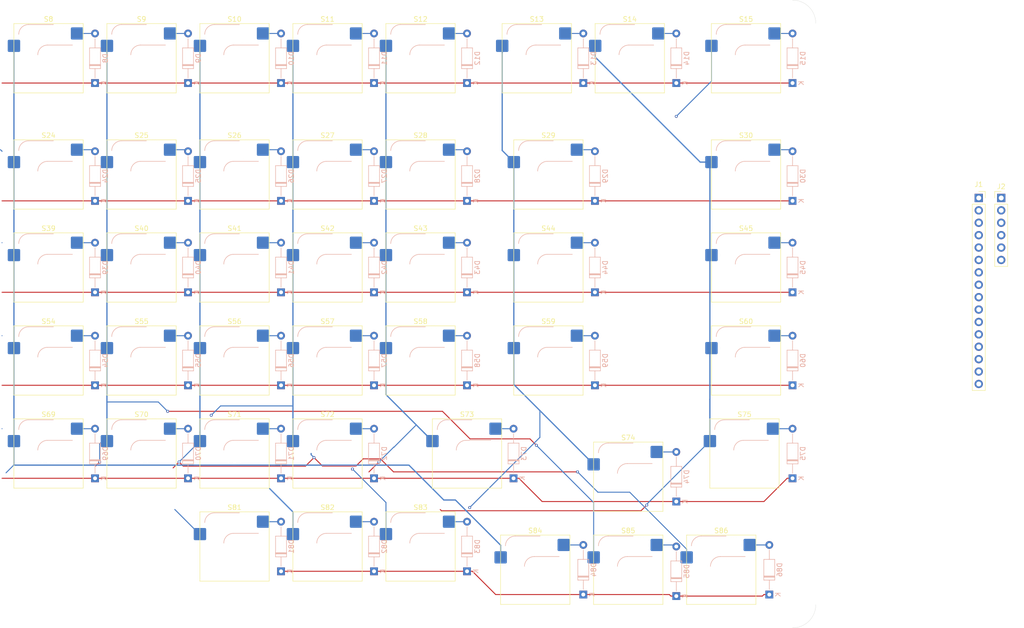
<source format=kicad_pcb>
(kicad_pcb (version 20240108) (generator "pcbnew") (generator_version "8.0")
  (title_block (title "Matrix Board 0") (date "2024-10-04") (rev "0") (company "Psycho Duck"))
  (layers (0 "F.Cu" signal) (31 "B.Cu" signal) (34 "B.Paste" user) (35 "F.Paste" user) (36 "B.SilkS" user "B.Silkscreen") (37 "F.SilkS" user "F.Silkscreen") (38 "B.Mask" user) (39 "F.Mask" user) (44 "Edge.Cuts" user))
  (net 0 "")
  (net 1 "/Row0")
  (net 2 "/Row1")
  (net 3 "/Row2")
  (net 4 "/Row3")
  (net 5 "/Row4")
  (net 6 "/Row5")
  (net 7 "Net-(D8-A)")
  (net 8 "Net-(D9-A)")
  (net 9 "Net-(D10-A)")
  (net 10 "Net-(D11-A)")
  (net 11 "Net-(D12-A)")
  (net 12 "Net-(D13-A)")
  (net 13 "Net-(D14-A)")
  (net 14 "Net-(D15-A)")
  (net 15 "/Col1")
  (net 16 "Net-(D24-A)")
  (net 17 "Net-(D25-A)")
  (net 18 "Net-(D26-A)")
  (net 19 "Net-(D27-A)")
  (net 20 "Net-(D28-A)")
  (net 21 "Net-(D29-A)")
  (net 22 "Net-(D30-A)")
  (net 23 "/Col4")
  (net 24 "Net-(D39-A)")
  (net 25 "Net-(D40-A)")
  (net 26 "Net-(D41-A)")
  (net 27 "Net-(D42-A)")
  (net 28 "Net-(D43-A)")
  (net 29 "Net-(D44-A)")
  (net 30 "Net-(D45-A)")
  (net 31 "/Col0")
  (net 32 "Net-(D54-A)")
  (net 33 "Net-(D55-A)")
  (net 34 "Net-(D56-A)")
  (net 35 "Net-(D57-A)")
  (net 36 "Net-(D58-A)")
  (net 37 "Net-(D59-A)")
  (net 38 "Net-(D60-A)")
  (net 39 "/Col2")
  (net 40 "Net-(D69-A)")
  (net 41 "Net-(D70-A)")
  (net 42 "Net-(D71-A)")
  (net 43 "Net-(D72-A)")
  (net 44 "Net-(D73-A)")
  (net 45 "Net-(D74-A)")
  (net 46 "Net-(D75-A)")
  (net 47 "Net-(D81-A)")
  (net 48 "Net-(D82-A)")
  (net 49 "Net-(D83-A)")
  (net 50 "Net-(D84-A)")
  (net 51 "Net-(D85-A)")
  (net 52 "Net-(D86-A)")
  (net 53 "/Col8")
  (net 54 "/Col14")
  (net 55 "/Col7")
  (net 56 "/Col9")
  (net 57 "/Col11")
  (net 58 "/Col6")
  (net 59 "/Col15")
  (net 60 "/Col13")
  (net 61 "/Col10")
  (net 62 "/Col5")
  (net 63 "/Col12")
  (net 64 "/Col3")
  (footprint "Connector_PinHeader_2.54mm:PinHeader_1x06_P2.54mm_Vertical" (layer "F.Cu") (at 225.40625 64.655)
    (property "Reference" "J2")
    (property "Value" "Conn_01x06")
  )
  (footprint "ScottoKeebs_Hotswap:Hotswap_MX_1.00u" (layer "F.Cu") (at 129.9575 140.81125)
    (property "Reference" "S84")
    (property "Value" "Keyswitch")
  )
  (footprint "ScottoKeebs_Hotswap:Hotswap_MX_1.00u" (layer "F.Cu") (at 173.1375 36.03625)
    (property "Reference" "S15")
    (property "Value" "Keyswitch")
  )
  (footprint "ScottoKeebs_Hotswap:Hotswap_MX_1.00u" (layer "F.Cu") (at 149.0075 140.81125)
    (property "Reference" "S85")
    (property "Value" "Keyswitch")
  )
  (footprint "ScottoKeebs_Hotswap:Hotswap_MX_1.00u" (layer "F.Cu") (at 87.4125 136.04875)
    (property "Reference" "S82")
    (property "Value" "Keyswitch")
  )
  (footprint "ScottoKeebs_Hotswap:Hotswap_MX_1.00u" (layer "F.Cu") (at 130.275 36.03625)
    (property "Reference" "S13")
    (property "Value" "Keyswitch")
  )
  (footprint "ScottoKeebs_Hotswap:Hotswap_MX_1.00u" (layer "F.Cu") (at 49.3125 116.99875)
    (property "Reference" "S70")
    (property "Value" "Keyswitch")
  )
  (footprint "ScottoKeebs_Hotswap:Hotswap_MX_1.00u" (layer "F.Cu") (at 68.3625 136.04875)
    (property "Reference" "S81")
    (property "Value" "Keyswitch")
  )
  (footprint "ScottoKeebs_Hotswap:Hotswap_MX_1.00u" (layer "F.Cu") (at 132.6562 78.89875)
    (property "Reference" "S44")
    (property "Value" "Keyswitch")
  )
  (footprint "ScottoKeebs_Hotswap:Hotswap_MX_1.00u" (layer "F.Cu") (at 68.3625 59.84875)
    (property "Reference" "S26")
    (property "Value" "Keyswitch")
  )
  (footprint "ScottoKeebs_Hotswap:Hotswap_MX_1.00u" (layer "F.Cu") (at 132.6562 59.84875)
    (property "Reference" "S29")
    (property "Value" "Keyswitch")
  )
  (footprint "ScottoKeebs_Hotswap:Hotswap_MX_1.00u" (layer "F.Cu") (at 149.325 36.03625)
    (property "Reference" "S14")
    (property "Value" "Keyswitch")
  )
  (footprint "ScottoKeebs_Hotswap:Hotswap_MX_1.00u" (layer "F.Cu") (at 49.3125 36.03625)
    (property "Reference" "S9")
    (property "Value" "Keyswitch")
  )
  (footprint "ScottoKeebs_Hotswap:Hotswap_MX_1.00u" (layer "F.Cu") (at 87.4125 116.99875)
    (property "Reference" "S72")
    (property "Value" "Keyswitch")
  )
  (footprint "ScottoKeebs_Hotswap:Hotswap_MX_1.00u" (layer "F.Cu") (at 115.9875 116.99875)
    (property "Reference" "S73")
    (property "Value" "Keyswitch")
  )
  (footprint "ScottoKeebs_Hotswap:Hotswap_MX_1.00u" (layer "F.Cu") (at 132.6562 97.94875)
    (property "Reference" "S59")
    (property "Value" "Keyswitch")
  )
  (footprint "ScottoKeebs_Hotswap:Hotswap_MX_1.00u" (layer "F.Cu") (at 49.3125 59.84875)
    (property "Reference" "S25")
    (property "Value" "Keyswitch")
  )
  (footprint "ScottoKeebs_Hotswap:Hotswap_MX_1.00u" (layer "F.Cu") (at 87.4125 59.84875)
    (property "Reference" "S27")
    (property "Value" "Keyswitch")
  )
  (footprint "ScottoKeebs_Hotswap:Hotswap_MX_1.00u" (layer "F.Cu") (at 106.4625 59.84875)
    (property "Reference" "S28")
    (property "Value" "Keyswitch")
  )
  (footprint "ScottoKeebs_Hotswap:Hotswap_MX_1.00u" (layer "F.Cu") (at 49.3125 78.89875)
    (property "Reference" "S40")
    (property "Value" "Keyswitch")
  )
  (footprint "ScottoKeebs_Hotswap:Hotswap_MX_1.00u" (layer "F.Cu") (at 87.4125 97.94875)
    (property "Reference" "S57")
    (property "Value" "Keyswitch")
  )
  (footprint "ScottoKeebs_Hotswap:Hotswap_MX_1.00u" (layer "F.Cu") (at 168.0575 140.81125)
    (property "Reference" "S86")
    (property "Value" "Keyswitch")
  )
  (footprint "ScottoKeebs_Hotswap:Hotswap_MX_1.00u" (layer "F.Cu") (at 173.1375 59.84875)
    (property "Reference" "S30")
    (property "Value" "Keyswitch")
  )
  (footprint "ScottoKeebs_Hotswap:Hotswap_MX_1.00u" (layer "F.Cu") (at 30.2625 116.99875)
    (property "Reference" "S69")
    (property "Value" "Keyswitch")
  )
  (footprint "ScottoKeebs_Hotswap:Hotswap_MX_1.00u" (layer "F.Cu") (at 30.2625 59.84875)
    (property "Reference" "S24")
    (property "Value" "Keyswitch")
  )
  (footprint "ScottoKeebs_Hotswap:Hotswap_MX_1.00u" (layer "F.Cu") (at 106.4625 97.94875)
    (property "Reference" "S58")
    (property "Value" "Keyswitch")
  )
  (footprint "ScottoKeebs_Hotswap:Hotswap_MX_1.00u" (layer "F.Cu") (at 87.4125 78.89875)
    (property "Reference" "S42")
    (property "Value" "Keyswitch")
  )
  (footprint "ScottoKeebs_Hotswap:Hotswap_MX_1.00u" (layer "F.Cu") (at 30.2625 97.94875)
    (property "Reference" "S54")
    (property "Value" "Keyswitch")
  )
  (footprint "ScottoKeebs_Hotswap:Hotswap_MX_1.00u" (layer "F.Cu") (at 173.1375 97.94875)
    (property "Reference" "S60")
    (property "Value" "Keyswitch")
  )
  (footprint "ScottoKeebs_Hotswap:Hotswap_MX_1.00u" (layer "F.Cu") (at 68.3625 97.94875)
    (property "Reference" "S56")
    (property "Value" "Keyswitch")
  )
  (footprint "ScottoKeebs_Hotswap:Hotswap_MX_1.00u" (layer "F.Cu") (at 68.3625 36.03625)
    (property "Reference" "S10")
    (property "Value" "Keyswitch")
  )
  (footprint "ScottoKeebs_Hotswap:Hotswap_MX_1.00u" (layer "F.Cu") (at 87.4125 36.03625)
    (property "Reference" "S11")
    (property "Value" "Keyswitch")
  )
  (footprint "ScottoKeebs_Hotswap:Hotswap_MX_1.00u" (layer "F.Cu") (at 30.2625 36.03625)
    (property "Reference" "S8")
    (property "Value" "Keyswitch")
  )
  (footprint "ScottoKeebs_Hotswap:Hotswap_MX_1.00u" (layer "F.Cu") (at 49.3125 97.94875)
    (property "Reference" "S55")
    (property "Value" "Keyswitch")
  )
  (footprint "ScottoKeebs_Hotswap:Hotswap_MX_1.00u" (layer "F.Cu") (at 106.4625 78.89875)
    (property "Reference" "S43")
    (property "Value" "Keyswitch")
  )
  (footprint "ScottoKeebs_Hotswap:Hotswap_MX_1.00u" (layer "F.Cu") (at 68.3625 116.99875)
    (property "Reference" "S71")
    (property "Value" "Keyswitch")
  )
  (footprint "ScottoKeebs_Hotswap:Hotswap_MX_1.00u" (layer "F.Cu") (at 106.4625 36.03625)
    (property "Reference" "S12")
    (property "Value" "Keyswitch")
  )
  (footprint "ScottoKeebs_Hotswap:Hotswap_MX_1.00u" (layer "F.Cu") (at 30.2625 78.89875)
    (property "Reference" "S39")
    (property "Value" "Keyswitch")
  )
  (footprint "ScottoKeebs_Hotswap:Hotswap_MX_1.00u" (layer "F.Cu") (at 68.3625 78.89875)
    (property "Reference" "S41")
    (property "Value" "Keyswitch")
  )
  (footprint "ScottoKeebs_Hotswap:Hotswap_MX_1.00u" (layer "F.Cu") (at 149.0075 121.76125)
    (property "Reference" "S74")
    (property "Value" "Keyswitch")
  )
  (footprint "ScottoKeebs_Hotswap:Hotswap_MX_1.00u" (layer "F.Cu") (at 173.1375 78.89875)
    (property "Reference" "S45")
    (property "Value" "Keyswitch")
  )
  (footprint "ScottoKeebs_Hotswap:Hotswap_MX_1.00u" (layer "F.Cu") (at 106.4625 136.04875)
    (property "Reference" "S83")
    (property "Value" "Keyswitch")
  )
  (footprint "ScottoKeebs_Hotswap:Hotswap_MX_1.00u" (layer "F.Cu") (at 172.82 116.99875)
    (property "Reference" "S75")
    (property "Value" "Keyswitch")
  )
  (footprint "Connector_PinSocket_2.54mm:PinSocket_1x16_P2.54mm_Vertical" (layer "F.Cu") (at 220.80625 64.655)
    (property "Reference" "J1")
    (property "Value" "Conn_01x16")
  )
  (footprint "Diode_THT:D_DO-35_SOD27_P10.16mm_Horizontal" (layer "B.Cu") (at 115.9875 141.12875 90)
    (property "Reference" "D83")
    (property "Value" "Diode")
  )
  (footprint "Diode_THT:D_DO-35_SOD27_P10.16mm_Horizontal" (layer "B.Cu") (at 115.9875 41.11625 90)
    (property "Reference" "D12")
    (property "Value" "Diode")
  )
  (footprint "Diode_THT:D_DO-35_SOD27_P10.16mm_Horizontal" (layer "B.Cu") (at 96.9375 41.11625 90)
    (property "Reference" "D11")
    (property "Value" "Diode")
  )
  (footprint "Diode_THT:D_DO-35_SOD27_P10.16mm_Horizontal" (layer "B.Cu") (at 96.9375 122.07875 90)
    (property "Reference" "D72")
    (property "Value" "Diode")
  )
  (footprint "Diode_THT:D_DO-35_SOD27_P10.16mm_Horizontal" (layer "B.Cu") (at 96.9375 65.24625 90)
    (property "Reference" "D27")
    (property "Value" "Diode")
  )
  (footprint "Diode_THT:D_DO-35_SOD27_P10.16mm_Horizontal" (layer "B.Cu") (at 58.8375 41.11625 90)
    (property "Reference" "D9")
    (property "Value" "Diode")
  )
  (footprint "Diode_THT:D_DO-35_SOD27_P10.16mm_Horizontal" (layer "B.Cu") (at 139.8 41.11625 90)
    (property "Reference" "D13")
    (property "Value" "Diode")
  )
  (footprint "Diode_THT:D_DO-35_SOD27_P10.16mm_Horizontal" (layer "B.Cu") (at 158.85 126.84125 90)
    (property "Reference" "D74")
    (property "Value" "Diode")
  )
  (footprint "Diode_THT:D_DO-35_SOD27_P10.16mm_Horizontal" (layer "B.Cu") (at 115.9875 83.97875 90)
    (property "Reference" "D43")
    (property "Value" "Diode")
  )
  (footprint "Diode_THT:D_DO-35_SOD27_P10.16mm_Horizontal" (layer "B.Cu") (at 142.1812 83.97875 90)
    (property "Reference" "D44")
    (property "Value" "Diode")
  )
  (footprint "Diode_THT:D_DO-35_SOD27_P10.16mm_Horizontal" (layer "B.Cu") (at 142.1812 103.02875 90)
    (property "Reference" "D59")
    (property "Value" "Diode")
  )
  (footprint "Diode_THT:D_DO-35_SOD27_P10.16mm_Horizontal" (layer "B.Cu") (at 77.8875 141.12875 90)
    (property "Reference" "D81")
    (property "Value" "Diode")
  )
  (footprint "Diode_THT:D_DO-35_SOD27_P10.16mm_Horizontal" (layer "B.Cu") (at 182.6625 103.02875 90)
    (property "Reference" "D60")
    (property "Value" "Diode")
  )
  (footprint "Diode_THT:D_DO-35_SOD27_P10.16mm_Horizontal" (layer "B.Cu") (at 125.5125 122.07875 90)
    (property "Reference" "D73")
    (property "Value" "Diode")
  )
  (footprint "Diode_THT:D_DO-35_SOD27_P10.16mm_Horizontal" (layer "B.Cu") (at 177.9 145.89125 90)
    (property "Reference" "D86")
    (property "Value" "Diode")
  )
  (footprint "Diode_THT:D_DO-35_SOD27_P10.16mm_Horizontal" (layer "B.Cu") (at 39.7875 41.11625 90)
    (property "Reference" "D8")
    (property "Value" "Diode")
  )
  (footprint "Diode_THT:D_DO-35_SOD27_P10.16mm_Horizontal" (layer "B.Cu") (at 182.6625 122.07875 90)
    (property "Reference" "D75")
    (property "Value" "Diode")
  )
  (footprint "Diode_THT:D_DO-35_SOD27_P10.16mm_Horizontal" (layer "B.Cu") (at 39.7875 103.02875 90)
    (property "Reference" "D54")
    (property "Value" "Diode")
  )
  (footprint "Diode_THT:D_DO-35_SOD27_P10.16mm_Horizontal" (layer "B.Cu") (at 115.9875 103.02875 90)
    (property "Reference" "D58")
    (property "Value" "Diode")
  )
  (footprint "Diode_THT:D_DO-35_SOD27_P10.16mm_Horizontal" (layer "B.Cu") (at 77.8875 122.07875 90)
    (property "Reference" "D71")
    (property "Value" "Diode")
  )
  (footprint "Diode_THT:D_DO-35_SOD27_P10.16mm_Horizontal" (layer "B.Cu") (at 58.8375 103.02875 90)
    (property "Reference" "D55")
    (property "Value" "Diode")
  )
  (footprint "Diode_THT:D_DO-35_SOD27_P10.16mm_Horizontal" (layer "B.Cu") (at 58.8375 65.24625 90)
    (property "Reference" "D25")
    (property "Value" "Diode")
  )
  (footprint "Diode_THT:D_DO-35_SOD27_P10.16mm_Horizontal" (layer "B.Cu") (at 182.6625 41.11625 90)
    (property "Reference" "D15")
    (property "Value" "Diode")
  )
  (footprint "Diode_THT:D_DO-35_SOD27_P10.16mm_Horizontal" (layer "B.Cu") (at 58.8375 83.97875 90)
    (property "Reference" "D40")
    (property "Value" "Diode")
  )
  (footprint "Diode_THT:D_DO-35_SOD27_P10.16mm_Horizontal" (layer "B.Cu") (at 77.8875 83.97875 90)
    (property "Reference" "D41")
    (property "Value" "Diode")
  )
  (footprint "Diode_THT:D_DO-35_SOD27_P10.16mm_Horizontal" (layer "B.Cu") (at 96.9375 103.02875 90)
    (property "Reference" "D57")
    (property "Value" "Diode")
  )
  (footprint "Diode_THT:D_DO-35_SOD27_P10.16mm_Horizontal" (layer "B.Cu") (at 182.6625 83.97875 90)
    (property "Reference" "D45")
    (property "Value" "Diode")
  )
  (footprint "Diode_THT:D_DO-35_SOD27_P10.16mm_Horizontal" (layer "B.Cu") (at 77.8875 65.24625 90)
    (property "Reference" "D26")
    (property "Value" "Diode")
  )
  (footprint "Diode_THT:D_DO-35_SOD27_P10.16mm_Horizontal" (layer "B.Cu") (at 39.7875 65.24625 90)
    (property "Reference" "D24")
    (property "Value" "Diode")
  )
  (footprint "Diode_THT:D_DO-35_SOD27_P10.16mm_Horizontal" (layer "B.Cu") (at 158.85 146.20875 90)
    (property "Reference" "D85")
    (property "Value" "Diode")
  )
  (footprint "Diode_THT:D_DO-35_SOD27_P10.16mm_Horizontal" (layer "B.Cu") (at 96.9375 83.97875 90)
    (property "Reference" "D42")
    (property "Value" "Diode")
  )
  (footprint "Diode_THT:D_DO-35_SOD27_P10.16mm_Horizontal" (layer "B.Cu") (at 139.8 145.89125 90)
    (property "Reference" "D84")
    (property "Value" "Diode")
  )
  (footprint "Diode_THT:D_DO-35_SOD27_P10.16mm_Horizontal" (layer "B.Cu") (at 142.1812 65.24625 90)
    (property "Reference" "D29")
    (property "Value" "Diode")
  )
  (footprint "Diode_THT:D_DO-35_SOD27_P10.16mm_Horizontal" (layer "B.Cu") (at 39.7875 83.97875 90)
    (property "Reference" "D39")
    (property "Value" "Diode")
  )
  (footprint "Diode_THT:D_DO-35_SOD27_P10.16mm_Horizontal" (layer "B.Cu") (at 158.85 41.11625 90)
    (property "Reference" "D14")
    (property "Value" "Diode")
  )
  (footprint "Diode_THT:D_DO-35_SOD27_P10.16mm_Horizontal" (layer "B.Cu") (at 58.8375 122.07875 90)
    (property "Reference" "D70")
    (property "Value" "Diode")
  )
  (footprint "Diode_THT:D_DO-35_SOD27_P10.16mm_Horizontal" (layer "B.Cu") (at 115.9875 65.24625 90)
    (property "Reference" "D28")
    (property "Value" "Diode")
  )
  (footprint "Diode_THT:D_DO-35_SOD27_P10.16mm_Horizontal" (layer "B.Cu") (at 96.9375 141.12875 90)
    (property "Reference" "D82")
    (property "Value" "Diode")
  )
  (footprint "Diode_THT:D_DO-35_SOD27_P10.16mm_Horizontal" (layer "B.Cu") (at 77.8875 103.02875 90)
    (property "Reference" "D56")
    (property "Value" "Diode")
  )
  (footprint "Diode_THT:D_DO-35_SOD27_P10.16mm_Horizontal" (layer "B.Cu") (at 39.7875 122.07875 90)
    (property "Reference" "D69")
    (property "Value" "Diode")
  )
  (footprint "Diode_THT:D_DO-35_SOD27_P10.16mm_Horizontal" (layer "B.Cu") (at 182.6625 65.24625 90)
    (property "Reference" "D30")
    (property "Value" "Diode")
  )
  (footprint "Diode_THT:D_DO-35_SOD27_P10.16mm_Horizontal" (layer "B.Cu") (at 77.8875 41.11625 90)
    (property "Reference" "D10")
    (property "Value" "Diode")
  )
  (gr_arc (start 182.6625 24.13) (mid 186.030067 25.524933) (end 187.425 28.8925) (stroke (width 0.05)) (layer "Edge.Cuts"))
  (gr_arc (start 187.425 147.955) (mid 186.030096 151.322596) (end 182.6625 152.7175) (stroke (width 0.05)) (layer "Edge.Cuts"))
  (segment (start 20.7372 111.91875) (end 20.7375 111.91875) (width 0.2) (layer "B.Cu") (net 0))
  (segment (start 20.7372 73.81875) (end 20.7375 73.81875) (width 0.2) (layer "B.Cu") (net 0))
  (segment (start 20.7372 92.86875) (end 20.7375 92.86875) (width 0.2) (layer "B.Cu") (net 0))
  (segment (start 20.4202 54.76875) (end 20.7372 55.08625) (width 0.2) (layer "B.Cu") (net 0))
  (segment (start 20.7375 55.08625) (end 20.7372 55.08625) (width 0.2) (layer "B.Cu") (net 0))
  (segment (start 77.8875 41.11625) (end 96.9375 41.11625) (width 0.2) (layer "F.Cu") (net 1))
  (segment (start 158.85 41.11625) (end 139.8 41.11625) (width 0.2) (layer "F.Cu") (net 1))
  (segment (start 58.8375 41.11625) (end 39.7875 41.11625) (width 0.2) (layer "F.Cu") (net 1))
  (segment (start 96.9375 41.11625) (end 115.9875 41.11625) (width 0.2) (layer "F.Cu") (net 1))
  (segment (start 182.6625 41.11625) (end 158.85 41.11625) (width 0.2) (layer "F.Cu") (net 1))
  (segment (start 58.8375 41.11625) (end 77.8875 41.11625) (width 0.2) (layer "F.Cu") (net 1))
  (segment (start 39.7875 41.11625) (end 20.7375 41.11625) (width 0.2) (layer "F.Cu") (net 1))
  (segment (start 139.8 41.11625) (end 115.9875 41.11625) (width 0.2) (layer "F.Cu") (net 1))
  (segment (start 115.9875 65.24625) (end 96.9375 65.24625) (width 0.2) (layer "F.Cu") (net 2))
  (segment (start 182.6625 65.24625) (end 142.1812 65.24625) (width 0.2) (layer "F.Cu") (net 2))
  (segment (start 58.8375 65.24625) (end 77.8875 65.24625) (width 0.2) (layer "F.Cu") (net 2))
  (segment (start 58.8375 65.24625) (end 39.7875 65.24625) (width 0.2) (layer "F.Cu") (net 2))
  (segment (start 77.8875 65.24625) (end 96.9375 65.24625) (width 0.2) (layer "F.Cu") (net 2))
  (segment (start 39.7875 65.24625) (end 20.7375 65.24625) (width 0.2) (layer "F.Cu") (net 2))
  (segment (start 142.1812 65.24625) (end 115.9875 65.24625) (width 0.2) (layer "F.Cu") (net 2))
  (segment (start 77.8875 83.97875) (end 96.9375 83.97875) (width 0.2) (layer "F.Cu") (net 3))
  (segment (start 182.6625 83.97875) (end 142.1812 83.97875) (width 0.2) (layer "F.Cu") (net 3))
  (segment (start 96.9375 83.97875) (end 115.9875 83.97875) (width 0.2) (layer "F.Cu") (net 3))
  (segment (start 58.8375 83.97875) (end 39.7875 83.97875) (width 0.2) (layer "F.Cu") (net 3))
  (segment (start 142.1812 83.97875) (end 115.9875 83.97875) (width 0.2) (layer "F.Cu") (net 3))
  (segment (start 39.7875 83.97875) (end 20.7375 83.97875) (width 0.2) (layer "F.Cu") (net 3))
  (segment (start 77.8875 83.97875) (end 58.8375 83.97875) (width 0.2) (layer "F.Cu") (net 3))
  (segment (start 77.8875 103.02875) (end 96.9375 103.02875) (width 0.2) (layer "F.Cu") (net 4))
  (segment (start 39.7875 103.02875) (end 20.7375 103.02875) (width 0.2) (layer "F.Cu") (net 4))
  (segment (start 77.8875 103.02875) (end 58.8375 103.02875) (width 0.2) (layer "F.Cu") (net 4))
  (segment (start 58.8375 103.02875) (end 39.7875 103.02875) (width 0.2) (layer "F.Cu") (net 4))
  (segment (start 96.9375 103.02875) (end 115.9875 103.02875) (width 0.2) (layer "F.Cu") (net 4))
  (segment (start 182.6625 103.02875) (end 142.1812 103.02875) (width 0.2) (layer "F.Cu") (net 4))
  (segment (start 142.1812 103.02875) (end 115.9875 103.02875) (width 0.2) (layer "F.Cu") (net 4))
  (segment (start 125.5125 122.07875) (end 126.6142 122.07875) (width 0.2) (layer "F.Cu") (net 5))
  (segment (start 182.6625 122.07875) (end 181.5608 122.07875) (width 0.2) (layer "F.Cu") (net 5))
  (segment (start 39.7875 122.07875) (end 20.7375 122.07875) (width 0.2) (layer "F.Cu") (net 5))
  (segment (start 125.5125 122.07875) (end 96.9375 122.07875) (width 0.2) (layer "F.Cu") (net 5))
  (segment (start 158.85 126.84125) (end 131.3767 126.84125) (width 0.2) (layer "F.Cu") (net 5))
  (segment (start 181.5608 122.07875) (end 176.7983 126.84125) (width 0.2) (layer "F.Cu") (net 5))
  (segment (start 176.7983 126.84125) (end 158.85 126.84125) (width 0.2) (layer "F.Cu") (net 5))
  (segment (start 131.3767 126.84125) (end 126.6142 122.07875) (width 0.2) (layer "F.Cu") (net 5))
  (segment (start 58.8375 122.07875) (end 39.7875 122.07875) (width 0.2) (layer "F.Cu") (net 5))
  (segment (start 58.8375 122.07875) (end 77.8875 122.07875) (width 0.2) (layer "F.Cu") (net 5))
  (segment (start 77.8875 122.07875) (end 96.9375 122.07875) (width 0.2) (layer "F.Cu") (net 5))
  (segment (start 158.2992 146.20875) (end 158.85 146.20875) (width 0.2) (layer "F.Cu") (net 6))
  (segment (start 115.9875 141.12875) (end 117.0892 141.12875) (width 0.2) (layer "F.Cu") (net 6))
  (segment (start 139.8 145.89125) (end 157.4308 145.89125) (width 0.2) (layer "F.Cu") (net 6))
  (segment (start 177.9 145.89125) (end 176.7983 145.89125) (width 0.2) (layer "F.Cu") (net 6))
  (segment (start 158.2992 146.20875) (end 157.7483 146.20875) (width 0.2) (layer "F.Cu") (net 6))
  (segment (start 176.4808 146.20875) (end 176.7983 145.89125) (width 0.2) (layer "F.Cu") (net 6))
  (segment (start 139.8 145.89125) (end 121.8517 145.89125) (width 0.2) (layer "F.Cu") (net 6))
  (segment (start 96.9375 141.12875) (end 115.9875 141.12875) (width 0.2) (layer "F.Cu") (net 6))
  (segment (start 121.8517 145.89125) (end 117.0892 141.12875) (width 0.2) (layer "F.Cu") (net 6))
  (segment (start 158.85 146.20875) (end 176.4808 146.20875) (width 0.2) (layer "F.Cu") (net 6))
  (segment (start 157.4308 145.89125) (end 157.7483 146.20875) (width 0.2) (layer "F.Cu") (net 6))
  (segment (start 77.8875 141.12875) (end 96.9375 141.12875) (width 0.2) (layer "F.Cu") (net 6))
  (segment (start 36.1042 30.95625) (end 36.1045 30.95625) (width 0.2) (layer "B.Cu") (net 7))
  (segment (start 39.7872 30.95625) (end 39.7875 30.95625) (width 0.2) (layer "B.Cu") (net 7))
  (segment (start 36.1045 30.95625) (end 39.7872 30.95625) (width 0.2) (layer "B.Cu") (net 7))
  (segment (start 55.1542 30.95625) (end 55.1545 30.95625) (width 0.2) (layer "B.Cu") (net 8))
  (segment (start 58.8372 30.95625) (end 58.8375 30.95625) (width 0.2) (layer "B.Cu") (net 8))
  (segment (start 55.1545 30.95625) (end 58.8372 30.95625) (width 0.2) (layer "B.Cu") (net 8))
  (segment (start 74.2042 30.95625) (end 74.2045 30.95625) (width 0.2) (layer "B.Cu") (net 9))
  (segment (start 74.2045 30.95625) (end 77.8872 30.95625) (width 0.2) (layer "B.Cu") (net 9))
  (segment (start 77.8872 30.95625) (end 77.8875 30.95625) (width 0.2) (layer "B.Cu") (net 9))
  (segment (start 93.2545 30.95625) (end 96.9372 30.95625) (width 0.2) (layer "B.Cu") (net 10))
  (segment (start 93.2542 30.95625) (end 93.2545 30.95625) (width 0.2) (layer "B.Cu") (net 10))
  (segment (start 96.9372 30.95625) (end 96.9375 30.95625) (width 0.2) (layer "B.Cu") (net 10))
  (segment (start 112.3042 30.95625) (end 112.3045 30.95625) (width 0.2) (layer "B.Cu") (net 11))
  (segment (start 115.9872 30.95625) (end 115.9875 30.95625) (width 0.2) (layer "B.Cu") (net 11))
  (segment (start 112.3045 30.95625) (end 115.9872 30.95625) (width 0.2) (layer "B.Cu") (net 11))
  (segment (start 136.1172 30.95625) (end 136.117 30.95625) (width 0.2) (layer "B.Cu") (net 12))
  (segment (start 139.8 30.95625) (end 139.8002 30.95625) (width 0.2) (layer "B.Cu") (net 12))
  (segment (start 136.1172 30.95625) (end 139.8 30.95625) (width 0.2) (layer "B.Cu") (net 12))
  (segment (start 155.1672 30.95625) (end 158.85 30.95625) (width 0.2) (layer "B.Cu") (net 13))
  (segment (start 158.85 30.95625) (end 158.8502 30.95625) (width 0.2) (layer "B.Cu") (net 13))
  (segment (start 155.1672 30.95625) (end 155.167 30.95625) (width 0.2) (layer "B.Cu") (net 13))
  (segment (start 178.9792 30.95625) (end 178.9795 30.95625) (width 0.2) (layer "B.Cu") (net 14))
  (segment (start 182.6622 30.95625) (end 182.6625 30.95625) (width 0.2) (layer "B.Cu") (net 14))
  (segment (start 178.9795 30.95625) (end 182.6622 30.95625) (width 0.2) (layer "B.Cu") (net 14))
  (segment (start 36.1045 54.76875) (end 39.4702 54.76875) (width 0.2) (layer "B.Cu") (net 16))
  (segment (start 39.7875 55.08625) (end 39.7872 55.08625) (width 0.2) (layer "B.Cu") (net 16))
  (segment (start 36.1042 54.76875) (end 36.1045 54.76875) (width 0.2) (layer "B.Cu") (net 16))
  (segment (start 39.4702 54.76875) (end 39.7872 55.08625) (width 0.2) (layer "B.Cu") (net 16))
  (segment (start 58.5202 54.76875) (end 58.8372 55.08625) (width 0.2) (layer "B.Cu") (net 17))
  (segment (start 58.8375 55.08625) (end 58.8372 55.08625) (width 0.2) (layer "B.Cu") (net 17))
  (segment (start 55.1545 54.76875) (end 58.5202 54.76875) (width 0.2) (layer "B.Cu") (net 17))
  (segment (start 55.1542 54.76875) (end 55.1545 54.76875) (width 0.2) (layer "B.Cu") (net 17))
  (segment (start 77.5702 54.76875) (end 77.8872 55.08625) (width 0.2) (layer "B.Cu") (net 18))
  (segment (start 77.8875 55.08625) (end 77.8872 55.08625) (width 0.2) (layer "B.Cu") (net 18))
  (segment (start 74.2045 54.76875) (end 77.5702 54.76875) (width 0.2) (layer "B.Cu") (net 18))
  (segment (start 74.2042 54.76875) (end 74.2045 54.76875) (width 0.2) (layer "B.Cu") (net 18))
  (segment (start 93.2542 54.76875) (end 93.2545 54.76875) (width 0.2) (layer "B.Cu") (net 19))
  (segment (start 96.6202 54.76875) (end 96.9372 55.08625) (width 0.2) (layer "B.Cu") (net 19))
  (segment (start 96.9375 55.08625) (end 96.9372 55.08625) (width 0.2) (layer "B.Cu") (net 19))
  (segment (start 93.2545 54.76875) (end 96.6202 54.76875) (width 0.2) (layer "B.Cu") (net 19))
  (segment (start 115.6702 54.76875) (end 115.9872 55.08625) (width 0.2) (layer "B.Cu") (net 20))
  (segment (start 112.3042 54.76875) (end 112.3045 54.76875) (width 0.2) (layer "B.Cu") (net 20))
  (segment (start 115.9875 55.08625) (end 115.9872 55.08625) (width 0.2) (layer "B.Cu") (net 20))
  (segment (start 112.3045 54.76875) (end 115.6702 54.76875) (width 0.2) (layer "B.Cu") (net 20))
  (segment (start 138.4982 54.76875) (end 141.8632 54.76875) (width 0.2) (layer "B.Cu") (net 21))
  (segment (start 141.8632 54.76875) (end 142.1812 55.08625) (width 0.2) (layer "B.Cu") (net 21))
  (segment (start 182.6625 55.08625) (end 182.6622 55.08625) (width 0.2) (layer "B.Cu") (net 22))
  (segment (start 178.9792 54.76875) (end 178.9795 54.76875) (width 0.2) (layer "B.Cu") (net 22))
  (segment (start 178.9795 54.76875) (end 182.3452 54.76875) (width 0.2) (layer "B.Cu") (net 22))
  (segment (start 182.3452 54.76875) (end 182.6622 55.08625) (width 0.2) (layer "B.Cu") (net 22))
  (segment (start 39.7872 73.81875) (end 39.7875 73.81875) (width 0.2) (layer "B.Cu") (net 24))
  (segment (start 36.1042 73.81875) (end 36.1045 73.81875) (width 0.2) (layer "B.Cu") (net 24))
  (segment (start 36.1045 73.81875) (end 39.7872 73.81875) (width 0.2) (layer "B.Cu") (net 24))
  (segment (start 58.8372 73.81875) (end 58.8375 73.81875) (width 0.2) (layer "B.Cu") (net 25))
  (segment (start 55.1545 73.81875) (end 58.8372 73.81875) (width 0.2) (layer "B.Cu") (net 25))
  (segment (start 55.1542 73.81875) (end 55.1545 73.81875) (width 0.2) (layer "B.Cu") (net 25))
  (segment (start 74.2042 73.81875) (end 74.2045 73.81875) (width 0.2) (layer "B.Cu") (net 26))
  (segment (start 74.2045 73.81875) (end 77.8872 73.81875) (width 0.2) (layer "B.Cu") (net 26))
  (segment (start 77.8872 73.81875) (end 77.8875 73.81875) (width 0.2) (layer "B.Cu") (net 26))
  (segment (start 93.2542 73.81875) (end 93.2545 73.81875) (width 0.2) (layer "B.Cu") (net 27))
  (segment (start 93.2545 73.81875) (end 96.9372 73.81875) (width 0.2) (layer "B.Cu") (net 27))
  (segment (start 96.9372 73.81875) (end 96.9375 73.81875) (width 0.2) (layer "B.Cu") (net 27))
  (segment (start 115.9872 73.81875) (end 115.9875 73.81875) (width 0.2) (layer "B.Cu") (net 28))
  (segment (start 112.3042 73.81875) (end 112.3045 73.81875) (width 0.2) (layer "B.Cu") (net 28))
  (segment (start 112.3045 73.81875) (end 115.9872 73.81875) (width 0.2) (layer "B.Cu") (net 28))
  (segment (start 138.4982 73.81875) (end 142.1812 73.81875) (width 0.2) (layer "B.Cu") (net 29))
  (segment (start 182.6622 73.81875) (end 182.6625 73.81875) (width 0.2) (layer "B.Cu") (net 30))
  (segment (start 178.9795 73.81875) (end 182.6622 73.81875) (width 0.2) (layer "B.Cu") (net 30))
  (segment (start 178.9792 73.81875) (end 178.9795 73.81875) (width 0.2) (layer "B.Cu") (net 30))
  (segment (start 36.1042 92.86875) (end 36.1045 92.86875) (width 0.2) (layer "B.Cu") (net 32))
  (segment (start 39.7872 92.86875) (end 39.7875 92.86875) (width 0.2) (layer "B.Cu") (net 32))
  (segment (start 36.1045 92.86875) (end 39.7872 92.86875) (width 0.2) (layer "B.Cu") (net 32))
  (segment (start 55.1542 92.86875) (end 55.1545 92.86875) (width 0.2) (layer "B.Cu") (net 33))
  (segment (start 58.8372 92.86875) (end 58.8375 92.86875) (width 0.2) (layer "B.Cu") (net 33))
  (segment (start 55.1545 92.86875) (end 58.8372 92.86875) (width 0.2) (layer "B.Cu") (net 33))
  (segment (start 77.8872 92.86875) (end 77.8875 92.86875) (width 0.2) (layer "B.Cu") (net 34))
  (segment (start 74.2042 92.86875) (end 74.2045 92.86875) (width 0.2) (layer "B.Cu") (net 34))
  (segment (start 74.2045 92.86875) (end 77.8872 92.86875) (width 0.2) (layer "B.Cu") (net 34))
  (segment (start 93.2542 92.86875) (end 93.2545 92.86875) (width 0.2) (layer "B.Cu") (net 35))
  (segment (start 96.9372 92.86875) (end 96.9375 92.86875) (width 0.2) (layer "B.Cu") (net 35))
  (segment (start 93.2545 92.86875) (end 96.9372 92.86875) (width 0.2) (layer "B.Cu") (net 35))
  (segment (start 112.3045 92.86875) (end 115.9872 92.86875) (width 0.2) (layer "B.Cu") (net 36))
  (segment (start 112.3042 92.86875) (end 112.3045 92.86875) (width 0.2) (layer "B.Cu") (net 36))
  (segment (start 115.9872 92.86875) (end 115.9875 92.86875) (width 0.2) (layer "B.Cu") (net 36))
  (segment (start 138.4982 92.86875) (end 142.1812 92.86875) (width 0.2) (layer "B.Cu") (net 37))
  (segment (start 178.9792 92.86875) (end 178.9795 92.86875) (width 0.2) (layer "B.Cu") (net 38))
  (segment (start 178.9795 92.86875) (end 182.6622 92.86875) (width 0.2) (layer "B.Cu") (net 38))
  (segment (start 182.6622 92.86875) (end 182.6625 92.86875) (width 0.2) (layer "B.Cu") (net 38))
  (segment (start 36.1042 111.91875) (end 36.1045 111.91875) (width 0.2) (layer "B.Cu") (net 40))
  (segment (start 39.7872 111.91875) (end 39.7875 111.91875) (width 0.2) (layer "B.Cu") (net 40))
  (segment (start 36.1045 111.91875) (end 39.7872 111.91875) (width 0.2) (layer "B.Cu") (net 40))
  (segment (start 55.1545 111.91875) (end 58.8372 111.91875) (width 0.2) (layer "B.Cu") (net 41))
  (segment (start 55.1542 111.91875) (end 55.1545 111.91875) (width 0.2) (layer "B.Cu") (net 41))
  (segment (start 58.8372 111.91875) (end 58.8375 111.91875) (width 0.2) (layer "B.Cu") (net 41))
  (segment (start 77.8872 111.91875) (end 77.8875 111.91875) (width 0.2) (layer "B.Cu") (net 42))
  (segment (start 74.2042 111.91875) (end 74.2045 111.91875) (width 0.2) (layer "B.Cu") (net 42))
  (segment (start 74.2045 111.91875) (end 77.8872 111.91875) (width 0.2) (layer "B.Cu") (net 42))
  (segment (start 96.9372 111.91875) (end 96.9375 111.91875) (width 0.2) (layer "B.Cu") (net 43))
  (segment (start 93.2542 111.91875) (end 93.2545 111.91875) (width 0.2) (layer "B.Cu") (net 43))
  (segment (start 93.2545 111.91875) (end 96.9372 111.91875) (width 0.2) (layer "B.Cu") (net 43))
  (segment (start 125.5122 111.91875) (end 125.5125 111.91875) (width 0.2) (layer "B.Cu") (net 44))
  (segment (start 121.8295 111.91875) (end 125.5122 111.91875) (width 0.2) (layer "B.Cu") (net 44))
  (segment (start 121.8292 111.91875) (end 121.8295 111.91875) (width 0.2) (layer "B.Cu") (net 44))
  (segment (start 158.8495 116.68075) (end 158.8502 116.68075) (width 0.2) (layer "B.Cu") (net 45))
  (segment (start 154.85 116.68075) (end 154.8495 116.68125) (width 0.2) (layer "B.Cu") (net 45))
  (segment (start 154.85 116.68075) (end 158.8495 116.68075) (width 0.2) (layer "B.Cu") (net 45))
  (segment (start 158.8495 116.68075) (end 158.85 116.68125) (width 0.2) (layer "B.Cu") (net 45))
  (segment (start 154.8492 116.68075) (end 154.85 116.68075) (width 0.2) (layer "B.Cu") (net 45))
  (segment (start 178.6622 111.91875) (end 182.6622 111.91875) (width 0.2) (layer "B.Cu") (net 46))
  (segment (start 182.6625 111.91875) (end 182.6622 111.91875) (width 0.2) (layer "B.Cu") (net 46))
  (segment (start 178.6622 111.91875) (end 178.662 111.91875) (width 0.2) (layer "B.Cu") (net 46))
  (segment (start 77.8872 130.96875) (end 77.8875 130.96875) (width 0.2) (layer "B.Cu") (net 47))
  (segment (start 74.2042 130.96875) (end 74.2045 130.96875) (width 0.2) (layer "B.Cu") (net 47))
  (segment (start 74.2045 130.96875) (end 77.8872 130.96875) (width 0.2) (layer "B.Cu") (net 47))
  (segment (start 93.2542 130.96875) (end 93.2545 130.96875) (width 0.2) (layer "B.Cu") (net 48))
  (segment (start 96.9372 130.96875) (end 96.9375 130.96875) (width 0.2) (layer "B.Cu") (net 48))
  (segment (start 93.2545 130.96875) (end 96.9372 130.96875) (width 0.2) (layer "B.Cu") (net 48))
  (segment (start 115.9872 130.96875) (end 115.9875 130.96875) (width 0.2) (layer "B.Cu") (net 49))
  (segment (start 112.3045 130.96875) (end 115.9872 130.96875) (width 0.2) (layer "B.Cu") (net 49))
  (segment (start 112.3042 130.96875) (end 112.3045 130.96875) (width 0.2) (layer "B.Cu") (net 49))
  (segment (start 135.8 135.73075) (end 135.7995 135.73125) (width 0.2) (layer "B.Cu") (net 50))
  (segment (start 135.8 135.73075) (end 139.7995 135.73075) (width 0.2) (layer "B.Cu") (net 50))
  (segment (start 135.7992 135.73075) (end 135.8 135.73075) (width 0.2) (layer "B.Cu") (net 50))
  (segment (start 139.7995 135.73075) (end 139.8 135.73125) (width 0.2) (layer "B.Cu") (net 50))
  (segment (start 139.7995 135.73075) (end 139.8002 135.73075) (width 0.2) (layer "B.Cu") (net 50))
  (segment (start 158.85 136.04855) (end 158.85 136.04875) (width 0.2) (layer "B.Cu") (net 51))
  (segment (start 154.85 135.73075) (end 154.8495 135.73125) (width 0.2) (layer "B.Cu") (net 51))
  (segment (start 154.85 135.73075) (end 158.5322 135.73075) (width 0.2) (layer "B.Cu") (net 51))
  (segment (start 158.85 136.04855) (end 158.8502 136.04875) (width 0.2) (layer "B.Cu") (net 51))
  (segment (start 154.8492 135.73075) (end 154.85 135.73075) (width 0.2) (layer "B.Cu") (net 51))
  (segment (start 158.5322 135.73075) (end 158.85 136.04855) (width 0.2) (layer "B.Cu") (net 51))
  (segment (start 173.8992 135.73075) (end 173.9 135.73075) (width 0.2) (layer "B.Cu") (net 52))
  (segment (start 173.9 135.73075) (end 173.8995 135.73125) (width 0.2) (layer "B.Cu") (net 52))
  (segment (start 177.8995 135.73075) (end 177.9 135.73125) (width 0.2) (layer "B.Cu") (net 52))
  (segment (start 173.9 135.73075) (end 177.8995 135.73075) (width 0.2) (layer "B.Cu") (net 52))
  (segment (start 177.8995 135.73075) (end 177.9002 135.73075) (width 0.2) (layer "B.Cu") (net 52))
  (segment (start 122.8725 137.03055) (end 122.8725 138.27125) (width 0.2) (layer "B.Cu") (net 53))
  (segment (start 122.8722 135.78975) (end 122.8722 137.03025) (width 0.25) (layer "B.Cu") (net 53))
  (segment (start 23.1775 94.96205) (end 23.1775 95.40875) (width 0.2) (layer "B.Cu") (net 53))
  (segment (start 23.1344 119.37975) (end 21.5595 120.95465) (width 0.2) (layer "B.Cu") (net 53))
  (segment (start 23.1775 34.90245) (end 23.1775 33.49625) (width 0.2) (layer "B.Cu") (net 53))
  (segment (start 104.0812 119.37975) (end 111.2252 126.52375) (width 0.25) (layer "B.Cu") (net 53))
  (segment (start 122.8722 137.03025) (end 122.8722 138.27075) (width 0.25) (layer "B.Cu") (net 53))
  (segment (start 23.1772 94.96175) (end 23.1772 114.01175) (width 0.25) (layer "B.Cu") (net 53))
  (segment (start 113.6062 126.52375) (end 122.8722 135.78975) (width 0.25) (layer "B.Cu") (net 53))
  (segment (start 122.8722 137.03025) (end 122.8725 137.03055) (width 0.2) (layer "B.Cu") (net 53))
  (segment (start 23.1772 57.02055) (end 23.1775 57.02085) (width 0.2) (layer "B.Cu") (net 53))
  (segment (start 23.1775 114.01205) (end 23.1775 114.45875) (width 0.2) (layer "B.Cu") (net 53))
  (segment (start 23.1344 119.37975) (end 104.0812 119.37975) (width 0.25) (layer "B.Cu") (net 53))
  (segment (start 23.1775 75.91205) (end 23.1775 76.35875) (width 0.2) (layer "B.Cu") (net 53))
  (segment (start 23.1772 57.02055) (end 23.1772 75.91175) (width 0.25) (layer "B.Cu") (net 53))
  (segment (start 23.1775 57.02085) (end 23.1775 57.30875) (width 0.2) (layer "B.Cu") (net 53))
  (segment (start 23.1772 34.90275) (end 23.1772 57.02055) (width 0.25) (layer "B.Cu") (net 53))
  (segment (start 23.1772 34.90275) (end 23.1775 34.90245) (width 0.2) (layer "B.Cu") (net 53))
  (segment (start 23.1192 119.37975) (end 23.1344 119.37975) (width 0.25) (layer "B.Cu") (net 53))
  (segment (start 23.1772 33.49625) (end 23.1772 34.90275) (width 0.25) (layer "B.Cu") (net 53))
  (segment (start 23.1772 114.01175) (end 23.1775 114.01205) (width 0.2) (layer "B.Cu") (net 53))
  (segment (start 23.1772 75.91175) (end 23.1775 75.91205) (width 0.2) (layer "B.Cu") (net 53))
  (segment (start 23.1772 114.01175) (end 23.1772 119.32075) (width 0.25) (layer "B.Cu") (net 53))
  (segment (start 111.2252 126.52375) (end 113.6062 126.52375) (width 0.25) (layer "B.Cu") (net 53))
  (segment (start 23.1772 94.96175) (end 23.1775 94.96205) (width 0.2) (layer "B.Cu") (net 53))
  (segment (start 23.1772 119.32075) (end 23.1192 119.37975) (width 0.25) (layer "B.Cu") (net 53))
  (segment (start 23.1772 75.91175) (end 23.1772 94.96175) (width 0.25) (layer "B.Cu") (net 53))
  (segment (start 152.7966 127.55755) (end 151.6378 128.71635) (width 0.2) (layer "F.Cu") (net 54))
  (segment (start 151.6378 128.71635) (end 110.7342 128.71635) (width 0.2) (layer "F.Cu") (net 54))
  (segment (start 110.7342 128.71635) (end 110.4951 128.47725) (width 0.2) (layer "F.Cu") (net 54))
  (via (at 152.7966 127.55755) (size 0.6) (drill 0.3) (layers "F.Cu" "B.Cu") (net 54))
  (segment (start 166.0522 57.30875) (end 163.7492 57.30875) (width 0.25) (layer "B.Cu") (net 54))
  (segment (start 142.2402 34.64765) (end 142.2402 33.49625) (width 0.25) (layer "B.Cu") (net 54))
  (segment (start 166.0525 95.40875) (end 165.7352 95.40875) (width 0.2) (layer "B.Cu") (net 54))
  (segment (start 163.7492 57.30875) (end 142.2402 35.79905) (width 0.25) (layer "B.Cu") (net 54))
  (segment (start 166.0525 76.35875) (end 165.7352 76.35875) (width 0.2) (layer "B.Cu") (net 54))
  (segment (start 165.7352 95.40875) (end 165.7352 76.35875) (width 0.25) (layer "B.Cu") (net 54))
  (segment (start 165.735 105.90895) (end 165.735 114.45875) (width 0.2) (layer "B.Cu") (net 54))
  (segment (start 165.7352 105.90875) (end 165.735 105.90895) (width 0.2) (layer "B.Cu") (net 54))
  (segment (start 142.2402 35.79905) (end 142.2402 34.64765) (width 0.25) (layer "B.Cu") (net 54))
  (segment (start 142.24 34.64745) (end 142.24 33.49625) (width 0.2) (layer "B.Cu") (net 54))
  (segment (start 166.0525 57.30875) (end 166.0522 57.30875) (width 0.2) (layer "B.Cu") (net 54))
  (segment (start 165.735 114.45875) (end 152.7966 127.39715) (width 0.2) (layer "B.Cu") (net 54))
  (segment (start 165.7352 114.45875) (end 165.7352 105.90875) (width 0.25) (layer "B.Cu") (net 54))
  (segment (start 165.7352 57.62625) (end 166.0522 57.30875) (width 0.25) (layer "B.Cu") (net 54))
  (segment (start 142.2402 34.64765) (end 142.24 34.64745) (width 0.2) (layer "B.Cu") (net 54))
  (segment (start 152.7966 127.39715) (end 152.7966 127.55755) (width 0.2) (layer "B.Cu") (net 54))
  (segment (start 165.7352 76.35875) (end 165.7352 57.62625) (width 0.25) (layer "B.Cu") (net 54))
  (segment (start 165.7352 105.90875) (end 165.7352 95.40875) (width 0.25) (layer "B.Cu") (net 54))
  (segment (start 92.3361 120.35385) (end 92.516 120.17395) (width 0.2) (layer "F.Cu") (net 55))
  (via (at 92.516 120.17395) (size 0.6) (drill 0.3) (layers "F.Cu" "B.Cu") (net 55))
  (segment (start 99.3775 127.03545) (end 99.3775 133.50875) (width 0.2) (layer "B.Cu") (net 55))
  (segment (start 92.516 120.17395) (end 99.3775 127.03545) (width 0.2) (layer "B.Cu") (net 55))
  (segment (start 128.8668 113.99545) (end 130.1894 115.31805) (width 0.2) (layer "F.Cu") (net 56))
  (segment (start 116.5907 113.99545) (end 128.8668 113.99545) (width 0.2) (layer "F.Cu") (net 56))
  (segment (start 40.733 118.73205) (end 39.9146 119.55045) (width 0.2) (layer "F.Cu") (net 56))
  (segment (start 54.6576 108.36175) (end 110.957 108.36175) (width 0.2) (layer "F.Cu") (net 56))
  (segment (start 110.957 108.36175) (end 116.5907 113.99545) (width 0.2) (layer "F.Cu") (net 56))
  (via (at 130.1894 115.31805) (size 0.6) (drill 0.3) (layers "F.Cu" "B.Cu") (net 56))
  (via (at 40.733 118.73205) (size 0.6) (drill 0.3) (layers "F.Cu" "B.Cu") (net 56))
  (via (at 54.6576 108.36175) (size 0.6) (drill 0.3) (layers "F.Cu" "B.Cu") (net 56))
  (segment (start 42.2272 57.02055) (end 42.2272 34.90275) (width 0.25) (layer "B.Cu") (net 56))
  (segment (start 42.2272 94.96175) (end 42.2275 94.96205) (width 0.2) (layer "B.Cu") (net 56))
  (segment (start 52.7371 106.44125) (end 54.6576 108.36175) (width 0.2) (layer "B.Cu") (net 56))
  (segment (start 42.2272 34.90275) (end 42.2275 34.90245) (width 0.2) (layer "B.Cu") (net 56))
  (segment (start 42.2272 75.91175) (end 42.2272 57.02055) (width 0.25) (layer "B.Cu") (net 56))
  (segment (start 42.2275 57.02085) (end 42.2275 57.30875) (width 0.2) (layer "B.Cu") (net 56))
  (segment (start 42.2275 94.96205) (end 42.2275 95.40875) (width 0.2) (layer "B.Cu") (net 56))
  (segment (start 42.2272 112.60525) (end 42.2272 106.44125) (width 0.25) (layer "B.Cu") (net 56))
  (segment (start 42.2272 75.91175) (end 42.2275 75.91205) (width 0.2) (layer "B.Cu") (net 56))
  (segment (start 42.2272 113.53195) (end 40.733 115.02615) (width 0.2) (layer "B.Cu") (net 56))
  (segment (start 42.2272 34.90275) (end 42.2272 33.49625) (width 0.25) (layer "B.Cu") (net 56))
  (segment (start 42.2275 112.60555) (end 42.2275 114.45875) (width 0.2) (layer "B.Cu") (net 56))
  (segment (start 42.2275 34.90245) (end 42.2275 33.49625) (width 0.2) (layer "B.Cu") (net 56))
  (segment (start 42.2272 113.53195) (end 42.2272 112.60525) (width 0.25) (layer "B.Cu") (net 56))
  (segment (start 141.9225 127.05115) (end 141.9225 138.27125) (width 0.2) (layer "B.Cu") (net 56))
  (segment (start 42.2272 57.02055) (end 42.2275 57.02085) (width 0.2) (layer "B.Cu") (net 56))
  (segment (start 130.1894 115.31805) (end 141.9225 127.05115) (width 0.2) (layer "B.Cu") (net 56))
  (segment (start 40.733 115.02615) (end 40.733 118.73205) (width 0.2) (layer "B.Cu") (net 56))
  (segment (start 42.2272 94.96175) (end 42.2272 75.91175) (width 0.25) (layer "B.Cu") (net 56))
  (segment (start 42.2272 106.44125) (end 52.7371 106.44125) (width 0.2) (layer "B.Cu") (net 56))
  (segment (start 42.2272 114.45875) (end 42.2272 113.53195) (width 0.25) (layer "B.Cu") (net 56))
  (segment (start 42.2272 112.60525) (end 42.2275 112.60555) (width 0.2) (layer "B.Cu") (net 56))
  (segment (start 42.2275 75.91205) (end 42.2275 76.35875) (width 0.2) (layer "B.Cu") (net 56))
  (segment (start 42.2272 106.44125) (end 42.2272 94.96175) (width 0.25) (layer "B.Cu") (net 56))
  (via (at 63.5929 109.16355) (size 0.6) (drill 0.3) (layers "F.Cu" "B.Cu") (net 57))
  (segment (start 65.5082 107.24825) (end 63.5929 109.16355) (width 0.2) (layer "B.Cu") (net 57))
  (segment (start 80.3272 107.24825) (end 80.3272 95.40875) (width 0.25) (layer "B.Cu") (net 57))
  (segment (start 80.3272 76.35875) (end 80.3272 57.30875) (width 0.25) (layer "B.Cu") (net 57))
  (segment (start 80.3275 95.40875) (end 80.3272 95.40875) (width 0.2) (layer "B.Cu") (net 57))
  (segment (start 80.3272 114.45875) (end 80.3272 112.60525) (width 0.25) (layer "B.Cu") (net 57))
  (segment (start 80.3272 112.60525) (end 80.3275 112.60555) (width 0.2) (layer "B.Cu") (net 57))
  (segment (start 80.3272 34.90275) (end 80.3275 34.90245) (width 0.2) (layer "B.Cu") (net 57))
  (segment (start 80.3275 34.90245) (end 80.3275 33.49625) (width 0.2) (layer "B.Cu") (net 57))
  (segment (start 80.3272 34.90275) (end 80.3272 33.49625) (width 0.25) (layer "B.Cu") (net 57))
  (segment (start 80.3272 57.30875) (end 80.3272 34.90275) (width 0.25) (layer "B.Cu") (net 57))
  (segment (start 80.3272 95.40875) (end 80.3272 76.35875) (width 0.25) (layer "B.Cu") (net 57))
  (segment (start 80.3272 107.24825) (end 65.5082 107.24825) (width 0.2) (layer "B.Cu") (net 57))
  (segment (start 80.3275 112.60555) (end 80.3275 114.45875) (width 0.2) (layer "B.Cu") (net 57))
  (segment (start 80.3275 57.30875) (end 80.3272 57.30875) (width 0.2) (layer "B.Cu") (net 57))
  (segment (start 80.3272 112.60525) (end 80.3272 107.24825) (width 0.25) (layer "B.Cu") (net 57))
  (segment (start 80.3275 76.35875) (end 80.3272 76.35875) (width 0.2) (layer "B.Cu") (net 57))
  (segment (start 80.3272 131.65525) (end 80.3275 131.65555) (width 0.2) (layer "B.Cu") (net 58))
  (segment (start 80.3272 131.65525) (end 80.3272 133.50875) (width 0.25) (layer "B.Cu") (net 58))
  (segment (start 75.5062 124.14275) (end 80.3272 128.96375) (width 0.25) (layer "B.Cu") (net 58))
  (segment (start 80.3272 128.96375) (end 80.3272 131.65525) (width 0.25) (layer "B.Cu") (net 58))
  (segment (start 80.3275 131.65555) (end 80.3275 133.50875) (width 0.2) (layer "B.Cu") (net 58))
  (via (at 158.84995 47.9425) (size 0.6) (drill 0.3) (layers "F.Cu" "B.Cu") (net 59))
  (segment (start 166.0525 40.73995) (end 158.84995 47.9425) (width 0.2) (layer "B.Cu") (net 59))
  (segment (start 166.0525 33.49625) (end 166.0525 40.73995) (width 0.2) (layer "B.Cu") (net 59))
  (via (at 116.5274 128.07555) (size 0.6) (drill 0.3) (layers "F.Cu" "B.Cu") (net 60))
  (segment (start 123.19 34.90225) (end 123.19 33.49625) (width 0.2) (layer "B.Cu") (net 60))
  (segment (start 141.9225 119.22125) (end 141.9222 119.22095) (width 0.2) (layer "B.Cu") (net 60))
  (segment (start 130.9052 108.20375) (end 130.9052 113.69775) (width 0.2) (layer "B.Cu") (net 60))
  (segment (start 125.5712 57.30875) (end 125.5712 76.35875) (width 0.25) (layer "B.Cu") (net 60))
  (segment (start 141.9222 119.22075) (end 130.9052 108.20375) (width 0.25) (layer "B.Cu") (net 60))
  (segment (start 123.1902 54.92755) (end 125.5712 57.30875) (width 0.25) (layer "B.Cu") (net 60))
  (segment (start 123.1902 34.90245) (end 123.19 34.90225) (width 0.2) (layer "B.Cu") (net 60))
  (segment (start 130.9052 113.69775) (end 116.5274 128.07555) (width 0.2) (layer "B.Cu") (net 60))
  (segment (start 125.5712 76.35875) (end 125.5712 95.40875) (width 0.25) (layer "B.Cu") (net 60))
  (segment (start 123.1902 34.90245) (end 123.1902 54.92755) (width 0.25) (layer "B.Cu") (net 60))
  (segment (start 141.9222 119.22095) (end 141.9222 119.22075) (width 0.2) (layer "B.Cu") (net 60))
  (segment (start 123.1902 33.49625) (end 123.1902 34.90245) (width 0.25) (layer "B.Cu") (net 60))
  (segment (start 130.9052 108.20375) (end 125.5712 102.86975) (width 0.25) (layer "B.Cu") (net 60))
  (segment (start 125.5712 102.86975) (end 125.5712 95.40875) (width 0.25) (layer "B.Cu") (net 60))
  (segment (start 93.232 119.57225) (end 86.3765 119.57225) (width 0.2) (layer "F.Cu") (net 61))
  (segment (start 57.0042 118.73205) (end 57.8719 119.59975) (width 0.2) (layer "F.Cu") (net 61))
  (segment (start 86.3765 119.57225) (end 84.6406 117.83635) (width 0.2) (layer "F.Cu") (net 61))
  (segment (start 138.6202 120.75535) (end 100.9193 120.75535) (width 0.2) (layer "F.Cu") (net 61))
  (segment (start 98.2525 118.08855) (end 94.7157 118.08855) (width 0.2) (layer "F.Cu") (net 61))
  (segment (start 57.0042 118.73205) (end 55.7841 119.95215) (width 0.2) (layer "F.Cu") (net 61))
  (segment (start 94.7157 118.08855) (end 93.232 119.57225) (width 0.2) (layer "F.Cu") (net 61))
  (segment (start 57.8719 119.59975) (end 82.8772 119.59975) (width 0.2) (layer "F.Cu") (net 61))
  (segment (start 82.8772 119.59975) (end 84.6406 117.83635) (width 0.2) (layer "F.Cu") (net 61))
  (segment (start 100.9193 120.75535) (end 98.2525 118.08855) (width 0.2) (layer "F.Cu") (net 61))
  (via (at 57.0042 118.73205) (size 0.6) (drill 0.3) (layers "F.Cu" "B.Cu") (net 61))
  (via (at 84.6406 117.83635) (size 0.6) (drill 0.3) (layers "F.Cu" "B.Cu") (net 61))
  (via (at 138.6202 120.75535) (size 0.6) (drill 0.3) (layers "F.Cu" "B.Cu") (net 61))
  (segment (start 84.0532 117.24895) (end 84.6406 117.83635) (width 0.2) (layer "B.Cu") (net 61))
  (segment (start 61.2772 112.60525) (end 61.2772 114.45875) (width 0.25) (layer "B.Cu") (net 61))
  (segment (start 160.9725 138.27125) (end 160.9725 136.59245) (width 0.2) (layer "B.Cu") (net 61))
  (segment (start 149.3114 124.93135) (end 142.7962 124.93135) (width 0.2) (layer "B.Cu") (net 61))
  (segment (start 61.2775 112.60555) (end 61.2775 114.45875) (width 0.2) (layer "B.Cu") (net 61))
  (segment (start 84.0532 116.99875) (end 84.0532 117.04575) (width 0.25) (layer "B.Cu") (net 61))
  (segment (start 61.2775 114.45875) (end 57.0042 118.73205) (width 0.2) (layer "B.Cu") (net 61))
  (segment (start 142.7962 124.93135) (end 138.6202 120.75535) (width 0.2) (layer "B.Cu") (net 61))
  (segment (start 61.2775 34.90245) (end 61.2775 33.49625) (width 0.2) (layer "B.Cu") (net 61))
  (segment (start 61.2775 57.02085) (end 61.2775 57.30875) (width 0.2) (layer "B.Cu") (net 61))
  (segment (start 61.2772 34.90275) (end 61.2775 34.90245) (width 0.2) (layer "B.Cu") (net 61))
  (segment (start 84.0532 117.04575) (end 84.0532 117.24895) (width 0.2) (layer "B.Cu") (net 61))
  (segment (start 61.2775 75.91205) (end 61.2775 76.35875) (width 0.2) (layer "B.Cu") (net 61))
  (segment (start 61.2775 94.96205) (end 61.2775 95.40875) (width 0.2) (layer "B.Cu") (net 61))
  (segment (start 61.2772 112.60525) (end 61.2775 112.60555) (width 0.2) (layer "B.Cu") (net 61))
  (segment (start 61.2772 94.96175) (end 61.2775 94.96205) (width 0.2) (layer "B.Cu") (net 61))
  (segment (start 61.2772 57.02055) (end 61.2772 75.91175) (width 0.25) (layer "B.Cu") (net 61))
  (segment (start 61.2772 57.02055) (end 61.2775 57.02085) (width 0.2) (layer "B.Cu") (net 61))
  (segment (start 61.2772 34.90275) (end 61.2772 57.02055) (width 0.25) (layer "B.Cu") (net 61))
  (segment (start 61.2772 33.49625) (end 61.2772 34.90275) (width 0.25) (layer "B.Cu") (net 61))
  (segment (start 61.2772 75.91175) (end 61.2772 94.96175) (width 0.25) (layer "B.Cu") (net 61))
  (segment (start 160.9725 136.59245) (end 149.3114 124.93135) (width 0.2) (layer "B.Cu") (net 61))
  (segment (start 61.2772 75.91175) (end 61.2775 75.91205) (width 0.2) (layer "B.Cu") (net 61))
  (segment (start 61.2772 94.96175) (end 61.2772 112.60525) (width 0.25) (layer "B.Cu") (net 61))
  (segment (start 61.1687 133.50875) (end 61.2772 133.50875) (width 0.25) (layer "B.Cu") (net 62))
  (segment (start 61.1687 133.50875) (end 56.1181 128.45815) (width 0.2) (layer "B.Cu") (net 62))
  (segment (start 61.2772 133.50875) (end 61.2775 133.50875) (width 0.2) (layer "B.Cu") (net 62))
  (segment (start 61.0602 133.50875) (end 61.1687 133.50875) (width 0.25) (layer "B.Cu") (net 62))
  (segment (start 95.8867 120.77565) (end 97.9303 118.73205) (width 0.2) (layer "F.Cu") (net 63))
  (via (at 97.9303 118.73205) (size 0.6) (drill 0.3) (layers "F.Cu" "B.Cu") (net 63))
  (segment (start 99.3772 94.96175) (end 99.3775 94.96205) (width 0.2) (layer "B.Cu") (net 63))
  (segment (start 105.5863 111.14275) (end 99.3772 104.93375) (width 0.25) (layer "B.Cu") (net 63))
  (segment (start 99.3772 75.91175) (end 99.3775 75.91205) (width 0.2) (layer "B.Cu") (net 63))
  (segment (start 107.2442 112.80075) (end 107.2445 112.80075) (width 0.2) (layer "B.Cu") (net 63))
  (segment (start 101.0159 115.71315) (end 100.9492 115.71315) (width 0.2) (layer "B.Cu") (net 63))
  (segment (start 99.3772 75.91175) (end 99.3772 57.02055) (width 0.25) (layer "B.Cu") (net 63))
  (segment (start 107.2445 112.80075) (end 108.9025 114.45875) (width 0.2) (layer "B.Cu") (net 63))
  (segment (start 105.5863 111.14275) (end 101.0159 115.71315) (width 0.2) (layer "B.Cu") (net 63))
  (segment (start 99.3772 34.90275) (end 99.3772 33.49625) (width 0.25) (layer "B.Cu") (net 63))
  (segment (start 99.3772 57.02055) (end 99.3775 57.02085) (width 0.2) (layer "B.Cu") (net 63))
  (segment (start 99.3775 75.91205) (end 99.3775 76.35875) (width 0.2) (layer "B.Cu") (net 63))
  (segment (start 99.3775 94.96205) (end 99.3775 95.40875) (width 0.2) (layer "B.Cu") (net 63))
  (segment (start 107.2442 112.80075) (end 105.5863 111.14275) (width 0.25) (layer "B.Cu") (net 63))
  (segment (start 108.9022 114.45875) (end 107.2442 112.80075) (width 0.25) (layer "B.Cu") (net 63))
  (segment (start 99.3775 57.02085) (end 99.3775 57.30875) (width 0.2) (layer "B.Cu") (net 63))
  (segment (start 99.3772 57.02055) (end 99.3772 34.90275) (width 0.25) (layer "B.Cu") (net 63))
  (segment (start 99.3772 34.90275) (end 99.3775 34.90245) (width 0.2) (layer "B.Cu") (net 63))
  (segment (start 99.3772 104.93375) (end 99.3772 94.96175) (width 0.25) (layer "B.Cu") (net 63))
  (segment (start 99.3772 94.96175) (end 99.3772 75.91175) (width 0.25) (layer "B.Cu") (net 63))
  (segment (start 99.3775 34.90245) (end 99.3775 33.49625) (width 0.2) (layer "B.Cu") (net 63))
  (segment (start 100.9492 115.71315) (end 97.9303 118.73205) (width 0.2) (layer "B.Cu") (net 63))
)
</source>
